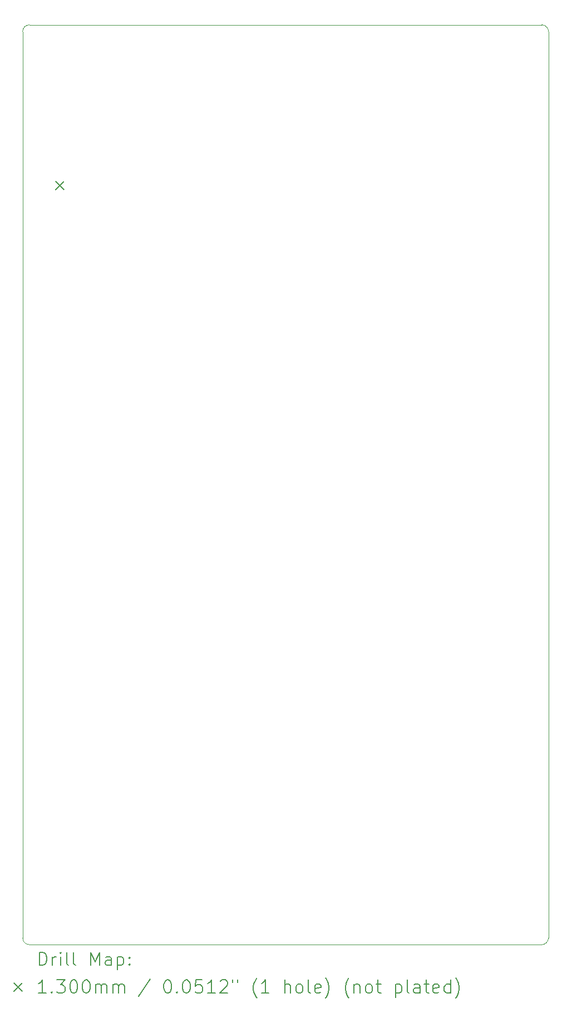
<source format=gbr>
%TF.GenerationSoftware,KiCad,Pcbnew,6.0.11-2627ca5db0~126~ubuntu20.04.1*%
%TF.CreationDate,2023-03-15T01:56:06+01:00*%
%TF.ProjectId,IOB_V4,494f425f-5634-42e6-9b69-6361645f7063,rev?*%
%TF.SameCoordinates,Original*%
%TF.FileFunction,Drillmap*%
%TF.FilePolarity,Positive*%
%FSLAX45Y45*%
G04 Gerber Fmt 4.5, Leading zero omitted, Abs format (unit mm)*
G04 Created by KiCad (PCBNEW 6.0.11-2627ca5db0~126~ubuntu20.04.1) date 2023-03-15 01:56:06*
%MOMM*%
%LPD*%
G01*
G04 APERTURE LIST*
%ADD10C,0.100000*%
%ADD11C,0.200000*%
%ADD12C,0.130000*%
G04 APERTURE END LIST*
D10*
X7000000Y-16900000D02*
X7000000Y-3100711D01*
X7100711Y-3000000D02*
G75*
G03*
X7000000Y-3100711I719J-101430D01*
G01*
X7100711Y-3000000D02*
X14898995Y-3000000D01*
X14898995Y-17000000D02*
X7101005Y-17000000D01*
X7000005Y-16900000D02*
G75*
G03*
X7101005Y-17000000I102025J2040D01*
G01*
X15000000Y-3101005D02*
X15000000Y-16898995D01*
X15000000Y-3101005D02*
G75*
G03*
X14898995Y-3000000I-102020J-1015D01*
G01*
X14898995Y-17000000D02*
G75*
G03*
X15000000Y-16898995I-1015J102020D01*
G01*
D11*
D12*
X7501000Y-5380000D02*
X7631000Y-5510000D01*
X7631000Y-5380000D02*
X7501000Y-5510000D01*
D11*
X7252619Y-17315476D02*
X7252619Y-17115476D01*
X7300238Y-17115476D01*
X7328809Y-17125000D01*
X7347857Y-17144048D01*
X7357381Y-17163095D01*
X7366905Y-17201190D01*
X7366905Y-17229762D01*
X7357381Y-17267857D01*
X7347857Y-17286905D01*
X7328809Y-17305952D01*
X7300238Y-17315476D01*
X7252619Y-17315476D01*
X7452619Y-17315476D02*
X7452619Y-17182143D01*
X7452619Y-17220238D02*
X7462143Y-17201190D01*
X7471667Y-17191667D01*
X7490714Y-17182143D01*
X7509762Y-17182143D01*
X7576428Y-17315476D02*
X7576428Y-17182143D01*
X7576428Y-17115476D02*
X7566905Y-17125000D01*
X7576428Y-17134524D01*
X7585952Y-17125000D01*
X7576428Y-17115476D01*
X7576428Y-17134524D01*
X7700238Y-17315476D02*
X7681190Y-17305952D01*
X7671667Y-17286905D01*
X7671667Y-17115476D01*
X7805000Y-17315476D02*
X7785952Y-17305952D01*
X7776428Y-17286905D01*
X7776428Y-17115476D01*
X8033571Y-17315476D02*
X8033571Y-17115476D01*
X8100238Y-17258333D01*
X8166905Y-17115476D01*
X8166905Y-17315476D01*
X8347857Y-17315476D02*
X8347857Y-17210714D01*
X8338333Y-17191667D01*
X8319286Y-17182143D01*
X8281190Y-17182143D01*
X8262143Y-17191667D01*
X8347857Y-17305952D02*
X8328809Y-17315476D01*
X8281190Y-17315476D01*
X8262143Y-17305952D01*
X8252619Y-17286905D01*
X8252619Y-17267857D01*
X8262143Y-17248810D01*
X8281190Y-17239286D01*
X8328809Y-17239286D01*
X8347857Y-17229762D01*
X8443095Y-17182143D02*
X8443095Y-17382143D01*
X8443095Y-17191667D02*
X8462143Y-17182143D01*
X8500238Y-17182143D01*
X8519286Y-17191667D01*
X8528810Y-17201190D01*
X8538333Y-17220238D01*
X8538333Y-17277381D01*
X8528810Y-17296429D01*
X8519286Y-17305952D01*
X8500238Y-17315476D01*
X8462143Y-17315476D01*
X8443095Y-17305952D01*
X8624048Y-17296429D02*
X8633571Y-17305952D01*
X8624048Y-17315476D01*
X8614524Y-17305952D01*
X8624048Y-17296429D01*
X8624048Y-17315476D01*
X8624048Y-17191667D02*
X8633571Y-17201190D01*
X8624048Y-17210714D01*
X8614524Y-17201190D01*
X8624048Y-17191667D01*
X8624048Y-17210714D01*
D12*
X6865000Y-17580000D02*
X6995000Y-17710000D01*
X6995000Y-17580000D02*
X6865000Y-17710000D01*
D11*
X7357381Y-17735476D02*
X7243095Y-17735476D01*
X7300238Y-17735476D02*
X7300238Y-17535476D01*
X7281190Y-17564048D01*
X7262143Y-17583095D01*
X7243095Y-17592619D01*
X7443095Y-17716429D02*
X7452619Y-17725952D01*
X7443095Y-17735476D01*
X7433571Y-17725952D01*
X7443095Y-17716429D01*
X7443095Y-17735476D01*
X7519286Y-17535476D02*
X7643095Y-17535476D01*
X7576428Y-17611667D01*
X7605000Y-17611667D01*
X7624048Y-17621190D01*
X7633571Y-17630714D01*
X7643095Y-17649762D01*
X7643095Y-17697381D01*
X7633571Y-17716429D01*
X7624048Y-17725952D01*
X7605000Y-17735476D01*
X7547857Y-17735476D01*
X7528809Y-17725952D01*
X7519286Y-17716429D01*
X7766905Y-17535476D02*
X7785952Y-17535476D01*
X7805000Y-17545000D01*
X7814524Y-17554524D01*
X7824048Y-17573571D01*
X7833571Y-17611667D01*
X7833571Y-17659286D01*
X7824048Y-17697381D01*
X7814524Y-17716429D01*
X7805000Y-17725952D01*
X7785952Y-17735476D01*
X7766905Y-17735476D01*
X7747857Y-17725952D01*
X7738333Y-17716429D01*
X7728809Y-17697381D01*
X7719286Y-17659286D01*
X7719286Y-17611667D01*
X7728809Y-17573571D01*
X7738333Y-17554524D01*
X7747857Y-17545000D01*
X7766905Y-17535476D01*
X7957381Y-17535476D02*
X7976428Y-17535476D01*
X7995476Y-17545000D01*
X8005000Y-17554524D01*
X8014524Y-17573571D01*
X8024048Y-17611667D01*
X8024048Y-17659286D01*
X8014524Y-17697381D01*
X8005000Y-17716429D01*
X7995476Y-17725952D01*
X7976428Y-17735476D01*
X7957381Y-17735476D01*
X7938333Y-17725952D01*
X7928809Y-17716429D01*
X7919286Y-17697381D01*
X7909762Y-17659286D01*
X7909762Y-17611667D01*
X7919286Y-17573571D01*
X7928809Y-17554524D01*
X7938333Y-17545000D01*
X7957381Y-17535476D01*
X8109762Y-17735476D02*
X8109762Y-17602143D01*
X8109762Y-17621190D02*
X8119286Y-17611667D01*
X8138333Y-17602143D01*
X8166905Y-17602143D01*
X8185952Y-17611667D01*
X8195476Y-17630714D01*
X8195476Y-17735476D01*
X8195476Y-17630714D02*
X8205000Y-17611667D01*
X8224048Y-17602143D01*
X8252619Y-17602143D01*
X8271667Y-17611667D01*
X8281190Y-17630714D01*
X8281190Y-17735476D01*
X8376428Y-17735476D02*
X8376428Y-17602143D01*
X8376428Y-17621190D02*
X8385952Y-17611667D01*
X8405000Y-17602143D01*
X8433571Y-17602143D01*
X8452619Y-17611667D01*
X8462143Y-17630714D01*
X8462143Y-17735476D01*
X8462143Y-17630714D02*
X8471667Y-17611667D01*
X8490714Y-17602143D01*
X8519286Y-17602143D01*
X8538333Y-17611667D01*
X8547857Y-17630714D01*
X8547857Y-17735476D01*
X8938333Y-17525952D02*
X8766905Y-17783095D01*
X9195476Y-17535476D02*
X9214524Y-17535476D01*
X9233571Y-17545000D01*
X9243095Y-17554524D01*
X9252619Y-17573571D01*
X9262143Y-17611667D01*
X9262143Y-17659286D01*
X9252619Y-17697381D01*
X9243095Y-17716429D01*
X9233571Y-17725952D01*
X9214524Y-17735476D01*
X9195476Y-17735476D01*
X9176429Y-17725952D01*
X9166905Y-17716429D01*
X9157381Y-17697381D01*
X9147857Y-17659286D01*
X9147857Y-17611667D01*
X9157381Y-17573571D01*
X9166905Y-17554524D01*
X9176429Y-17545000D01*
X9195476Y-17535476D01*
X9347857Y-17716429D02*
X9357381Y-17725952D01*
X9347857Y-17735476D01*
X9338333Y-17725952D01*
X9347857Y-17716429D01*
X9347857Y-17735476D01*
X9481190Y-17535476D02*
X9500238Y-17535476D01*
X9519286Y-17545000D01*
X9528810Y-17554524D01*
X9538333Y-17573571D01*
X9547857Y-17611667D01*
X9547857Y-17659286D01*
X9538333Y-17697381D01*
X9528810Y-17716429D01*
X9519286Y-17725952D01*
X9500238Y-17735476D01*
X9481190Y-17735476D01*
X9462143Y-17725952D01*
X9452619Y-17716429D01*
X9443095Y-17697381D01*
X9433571Y-17659286D01*
X9433571Y-17611667D01*
X9443095Y-17573571D01*
X9452619Y-17554524D01*
X9462143Y-17545000D01*
X9481190Y-17535476D01*
X9728810Y-17535476D02*
X9633571Y-17535476D01*
X9624048Y-17630714D01*
X9633571Y-17621190D01*
X9652619Y-17611667D01*
X9700238Y-17611667D01*
X9719286Y-17621190D01*
X9728810Y-17630714D01*
X9738333Y-17649762D01*
X9738333Y-17697381D01*
X9728810Y-17716429D01*
X9719286Y-17725952D01*
X9700238Y-17735476D01*
X9652619Y-17735476D01*
X9633571Y-17725952D01*
X9624048Y-17716429D01*
X9928810Y-17735476D02*
X9814524Y-17735476D01*
X9871667Y-17735476D02*
X9871667Y-17535476D01*
X9852619Y-17564048D01*
X9833571Y-17583095D01*
X9814524Y-17592619D01*
X10005000Y-17554524D02*
X10014524Y-17545000D01*
X10033571Y-17535476D01*
X10081190Y-17535476D01*
X10100238Y-17545000D01*
X10109762Y-17554524D01*
X10119286Y-17573571D01*
X10119286Y-17592619D01*
X10109762Y-17621190D01*
X9995476Y-17735476D01*
X10119286Y-17735476D01*
X10195476Y-17535476D02*
X10195476Y-17573571D01*
X10271667Y-17535476D02*
X10271667Y-17573571D01*
X10566905Y-17811667D02*
X10557381Y-17802143D01*
X10538333Y-17773571D01*
X10528810Y-17754524D01*
X10519286Y-17725952D01*
X10509762Y-17678333D01*
X10509762Y-17640238D01*
X10519286Y-17592619D01*
X10528810Y-17564048D01*
X10538333Y-17545000D01*
X10557381Y-17516429D01*
X10566905Y-17506905D01*
X10747857Y-17735476D02*
X10633571Y-17735476D01*
X10690714Y-17735476D02*
X10690714Y-17535476D01*
X10671667Y-17564048D01*
X10652619Y-17583095D01*
X10633571Y-17592619D01*
X10985952Y-17735476D02*
X10985952Y-17535476D01*
X11071667Y-17735476D02*
X11071667Y-17630714D01*
X11062143Y-17611667D01*
X11043095Y-17602143D01*
X11014524Y-17602143D01*
X10995476Y-17611667D01*
X10985952Y-17621190D01*
X11195476Y-17735476D02*
X11176429Y-17725952D01*
X11166905Y-17716429D01*
X11157381Y-17697381D01*
X11157381Y-17640238D01*
X11166905Y-17621190D01*
X11176429Y-17611667D01*
X11195476Y-17602143D01*
X11224048Y-17602143D01*
X11243095Y-17611667D01*
X11252619Y-17621190D01*
X11262143Y-17640238D01*
X11262143Y-17697381D01*
X11252619Y-17716429D01*
X11243095Y-17725952D01*
X11224048Y-17735476D01*
X11195476Y-17735476D01*
X11376428Y-17735476D02*
X11357381Y-17725952D01*
X11347857Y-17706905D01*
X11347857Y-17535476D01*
X11528809Y-17725952D02*
X11509762Y-17735476D01*
X11471667Y-17735476D01*
X11452619Y-17725952D01*
X11443095Y-17706905D01*
X11443095Y-17630714D01*
X11452619Y-17611667D01*
X11471667Y-17602143D01*
X11509762Y-17602143D01*
X11528809Y-17611667D01*
X11538333Y-17630714D01*
X11538333Y-17649762D01*
X11443095Y-17668810D01*
X11605000Y-17811667D02*
X11614524Y-17802143D01*
X11633571Y-17773571D01*
X11643095Y-17754524D01*
X11652619Y-17725952D01*
X11662143Y-17678333D01*
X11662143Y-17640238D01*
X11652619Y-17592619D01*
X11643095Y-17564048D01*
X11633571Y-17545000D01*
X11614524Y-17516429D01*
X11605000Y-17506905D01*
X11966905Y-17811667D02*
X11957381Y-17802143D01*
X11938333Y-17773571D01*
X11928809Y-17754524D01*
X11919286Y-17725952D01*
X11909762Y-17678333D01*
X11909762Y-17640238D01*
X11919286Y-17592619D01*
X11928809Y-17564048D01*
X11938333Y-17545000D01*
X11957381Y-17516429D01*
X11966905Y-17506905D01*
X12043095Y-17602143D02*
X12043095Y-17735476D01*
X12043095Y-17621190D02*
X12052619Y-17611667D01*
X12071667Y-17602143D01*
X12100238Y-17602143D01*
X12119286Y-17611667D01*
X12128809Y-17630714D01*
X12128809Y-17735476D01*
X12252619Y-17735476D02*
X12233571Y-17725952D01*
X12224048Y-17716429D01*
X12214524Y-17697381D01*
X12214524Y-17640238D01*
X12224048Y-17621190D01*
X12233571Y-17611667D01*
X12252619Y-17602143D01*
X12281190Y-17602143D01*
X12300238Y-17611667D01*
X12309762Y-17621190D01*
X12319286Y-17640238D01*
X12319286Y-17697381D01*
X12309762Y-17716429D01*
X12300238Y-17725952D01*
X12281190Y-17735476D01*
X12252619Y-17735476D01*
X12376428Y-17602143D02*
X12452619Y-17602143D01*
X12405000Y-17535476D02*
X12405000Y-17706905D01*
X12414524Y-17725952D01*
X12433571Y-17735476D01*
X12452619Y-17735476D01*
X12671667Y-17602143D02*
X12671667Y-17802143D01*
X12671667Y-17611667D02*
X12690714Y-17602143D01*
X12728809Y-17602143D01*
X12747857Y-17611667D01*
X12757381Y-17621190D01*
X12766905Y-17640238D01*
X12766905Y-17697381D01*
X12757381Y-17716429D01*
X12747857Y-17725952D01*
X12728809Y-17735476D01*
X12690714Y-17735476D01*
X12671667Y-17725952D01*
X12881190Y-17735476D02*
X12862143Y-17725952D01*
X12852619Y-17706905D01*
X12852619Y-17535476D01*
X13043095Y-17735476D02*
X13043095Y-17630714D01*
X13033571Y-17611667D01*
X13014524Y-17602143D01*
X12976428Y-17602143D01*
X12957381Y-17611667D01*
X13043095Y-17725952D02*
X13024048Y-17735476D01*
X12976428Y-17735476D01*
X12957381Y-17725952D01*
X12947857Y-17706905D01*
X12947857Y-17687857D01*
X12957381Y-17668810D01*
X12976428Y-17659286D01*
X13024048Y-17659286D01*
X13043095Y-17649762D01*
X13109762Y-17602143D02*
X13185952Y-17602143D01*
X13138333Y-17535476D02*
X13138333Y-17706905D01*
X13147857Y-17725952D01*
X13166905Y-17735476D01*
X13185952Y-17735476D01*
X13328809Y-17725952D02*
X13309762Y-17735476D01*
X13271667Y-17735476D01*
X13252619Y-17725952D01*
X13243095Y-17706905D01*
X13243095Y-17630714D01*
X13252619Y-17611667D01*
X13271667Y-17602143D01*
X13309762Y-17602143D01*
X13328809Y-17611667D01*
X13338333Y-17630714D01*
X13338333Y-17649762D01*
X13243095Y-17668810D01*
X13509762Y-17735476D02*
X13509762Y-17535476D01*
X13509762Y-17725952D02*
X13490714Y-17735476D01*
X13452619Y-17735476D01*
X13433571Y-17725952D01*
X13424048Y-17716429D01*
X13414524Y-17697381D01*
X13414524Y-17640238D01*
X13424048Y-17621190D01*
X13433571Y-17611667D01*
X13452619Y-17602143D01*
X13490714Y-17602143D01*
X13509762Y-17611667D01*
X13585952Y-17811667D02*
X13595476Y-17802143D01*
X13614524Y-17773571D01*
X13624048Y-17754524D01*
X13633571Y-17725952D01*
X13643095Y-17678333D01*
X13643095Y-17640238D01*
X13633571Y-17592619D01*
X13624048Y-17564048D01*
X13614524Y-17545000D01*
X13595476Y-17516429D01*
X13585952Y-17506905D01*
M02*

</source>
